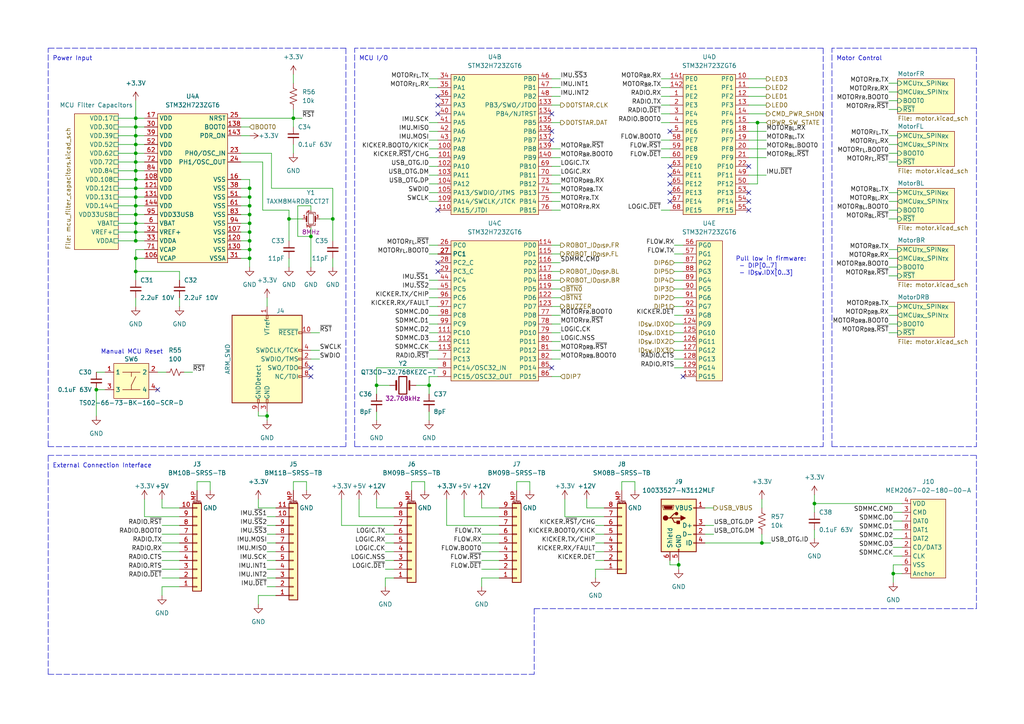
<source format=kicad_sch>
(kicad_sch (version 20230121) (generator eeschema)
  (paper "A4")
  (title_block (title "Control") (date "2023-02-21") (rev "1.0.0") (company "The A-Team (RC SSL)") (comment 1 "W. Stuckey & R. Osawa"))
  (junction (at 72.39 62.23))
  (junction (at 72.39 57.15))
  (junction (at 72.39 64.77))
  (junction (at 39.37 39.37))
  (junction (at 39.37 34.29))
  (junction (at 72.39 67.31))
  (junction (at 72.39 72.39))
  (junction (at 236.22 146.05))
  (junction (at 39.37 69.85))
  (junction (at 39.37 52.07))
  (junction (at 109.22 111.76))
  (junction (at 77.47 120.65))
  (junction (at 39.37 67.31))
  (junction (at 196.85 163.83))
  (junction (at 39.37 57.15))
  (junction (at 39.37 74.93))
  (junction (at 259.08 166.37))
  (junction (at 96.52 63.5))
  (junction (at 39.37 59.69))
  (junction (at 39.37 36.83))
  (junction (at 39.37 46.99))
  (junction (at 39.37 62.23))
  (junction (at 27.94 113.03))
  (junction (at 90.17 68.58))
  (junction (at 72.39 54.61))
  (junction (at 39.37 64.77))
  (junction (at 72.39 59.69))
  (junction (at 72.39 69.85))
  (junction (at 39.37 78.74))
  (junction (at 219.71 35.56))
  (junction (at 220.98 157.48))
  (junction (at 83.82 63.5))
  (junction (at 39.37 49.53))
  (junction (at 124.46 111.76))
  (junction (at 85.09 34.29))
  (junction (at 39.37 41.91))
  (junction (at 39.37 54.61))
  (junction (at 72.39 74.93))
  (junction (at 39.37 44.45))
  (no_connect (at 90.17 109.22))
  (no_connect (at 194.31 53.34))
  (no_connect (at 127 76.2))
  (no_connect (at 127 33.02))
  (no_connect (at 217.17 48.26))
  (no_connect (at 194.31 48.26))
  (no_connect (at 217.17 58.42))
  (no_connect (at 160.02 40.64))
  (no_connect (at 45.72 113.03))
  (no_connect (at 160.02 106.68))
  (no_connect (at 160.02 33.02))
  (no_connect (at 194.31 58.42))
  (no_connect (at 217.17 60.96))
  (no_connect (at 127 27.94))
  (no_connect (at 194.31 55.88))
  (no_connect (at 194.31 38.1))
  (no_connect (at 194.31 50.8))
  (no_connect (at 198.12 109.22))
  (no_connect (at 90.17 106.68))
  (no_connect (at 127 60.96))
  (no_connect (at 217.17 55.88))
  (no_connect (at 127 30.48))
  (no_connect (at 160.02 38.1))
  (no_connect (at 127 78.74))
  (wire (pts (xy 222.25 25.4) (xy 217.17 25.4)))
  (wire (pts (xy 195.58 101.6) (xy 198.12 101.6)))
  (wire (pts (xy 236.22 143.51) (xy 236.22 146.05)))
  (wire (pts (xy 124.46 101.6) (xy 127 101.6)))
  (wire (pts (xy 259.08 156.21) (xy 261.62 156.21)))
  (wire (pts (xy 46.99 144.78) (xy 46.99 147.32)))
  (wire (pts (xy 72.39 54.61) (xy 72.39 57.15)))
  (wire (pts (xy 39.37 44.45) (xy 39.37 46.99)))
  (wire (pts (xy 259.08 153.67) (xy 261.62 153.67)))
  (wire (pts (xy 119.38 139.7) (xy 123.19 139.7)))
  (wire (pts (xy 124.46 91.44) (xy 127 91.44)))
  (wire (pts (xy 124.46 109.22) (xy 127 109.22)))
  (wire (pts (xy 34.29 36.83) (xy 39.37 36.83)))
  (wire (pts (xy 85.09 31.75) (xy 85.09 34.29)))
  (wire (pts (xy 77.47 120.65) (xy 77.47 121.92)))
  (wire (pts (xy 222.25 43.18) (xy 217.17 43.18)))
  (wire (pts (xy 46.99 162.56) (xy 52.07 162.56)))
  (wire (pts (xy 39.37 39.37) (xy 41.91 39.37)))
  (wire (pts (xy 85.09 142.24) (xy 85.09 139.7)))
  (wire (pts (xy 77.47 170.18) (xy 80.01 170.18)))
  (wire (pts (xy 162.56 35.56) (xy 160.02 35.56)))
  (wire (pts (xy 162.56 71.12) (xy 160.02 71.12)))
  (wire (pts (xy 85.09 21.59) (xy 85.09 24.13)))
  (wire (pts (xy 72.39 52.07) (xy 72.39 54.61)))
  (wire (pts (xy 195.58 81.28) (xy 198.12 81.28)))
  (wire (pts (xy 257.81 46.99) (xy 260.35 46.99)))
  (wire (pts (xy 196.85 163.83) (xy 196.85 165.1)))
  (wire (pts (xy 260.35 74.93) (xy 257.81 74.93)))
  (polyline (pts (xy 283.21 13.97) (xy 241.3 13.97)) (stroke (width 0) (type dash)))
  (wire (pts (xy 124.46 86.36) (xy 127 86.36)))
  (wire (pts (xy 39.37 41.91) (xy 39.37 44.45)))
  (wire (pts (xy 257.81 88.9) (xy 260.35 88.9)))
  (wire (pts (xy 34.29 54.61) (xy 39.37 54.61)))
  (wire (pts (xy 259.08 161.29) (xy 261.62 161.29)))
  (wire (pts (xy 172.72 162.56) (xy 175.26 162.56)))
  (polyline (pts (xy 13.97 195.58) (xy 13.97 132.08)) (stroke (width 0) (type dash)))
  (wire (pts (xy 69.85 59.69) (xy 72.39 59.69)))
  (wire (pts (xy 90.17 59.69) (xy 86.36 59.69)))
  (wire (pts (xy 34.29 41.91) (xy 39.37 41.91)))
  (wire (pts (xy 111.76 167.64) (xy 111.76 170.18)))
  (wire (pts (xy 149.86 142.24) (xy 149.86 139.7)))
  (wire (pts (xy 83.82 69.85) (xy 83.82 63.5)))
  (wire (pts (xy 39.37 52.07) (xy 39.37 54.61)))
  (wire (pts (xy 257.81 44.45) (xy 260.35 44.45)))
  (wire (pts (xy 259.08 158.75) (xy 261.62 158.75)))
  (wire (pts (xy 109.22 106.68) (xy 127 106.68)))
  (wire (pts (xy 72.39 57.15) (xy 72.39 59.69)))
  (wire (pts (xy 46.99 152.4) (xy 52.07 152.4)))
  (wire (pts (xy 160.02 25.4) (xy 162.56 25.4)))
  (wire (pts (xy 39.37 78.74) (xy 52.07 78.74)))
  (wire (pts (xy 77.47 86.36) (xy 77.47 88.9)))
  (wire (pts (xy 41.91 74.93) (xy 39.37 74.93)))
  (wire (pts (xy 124.46 45.72) (xy 127 45.72)))
  (wire (pts (xy 69.85 64.77) (xy 72.39 64.77)))
  (wire (pts (xy 34.29 34.29) (xy 39.37 34.29)))
  (wire (pts (xy 124.46 58.42) (xy 127 58.42)))
  (wire (pts (xy 39.37 78.74) (xy 39.37 81.28)))
  (wire (pts (xy 259.08 166.37) (xy 261.62 166.37)))
  (wire (pts (xy 39.37 29.21) (xy 39.37 34.29)))
  (wire (pts (xy 180.34 139.7) (xy 184.15 139.7)))
  (wire (pts (xy 259.08 148.59) (xy 261.62 148.59)))
  (wire (pts (xy 80.01 162.56) (xy 77.47 162.56)))
  (wire (pts (xy 139.7 154.94) (xy 144.78 154.94)))
  (wire (pts (xy 80.01 172.72) (xy 74.93 172.72)))
  (wire (pts (xy 46.99 165.1) (xy 52.07 165.1)))
  (wire (pts (xy 195.58 71.12) (xy 198.12 71.12)))
  (wire (pts (xy 27.94 107.95) (xy 30.48 107.95)))
  (wire (pts (xy 90.17 104.14) (xy 92.71 104.14)))
  (wire (pts (xy 69.85 62.23) (xy 72.39 62.23)))
  (wire (pts (xy 160.02 91.44) (xy 162.56 91.44)))
  (wire (pts (xy 144.78 147.32) (xy 139.7 147.32)))
  (wire (pts (xy 39.37 62.23) (xy 41.91 62.23)))
  (wire (pts (xy 90.17 60.96) (xy 90.17 59.69)))
  (wire (pts (xy 111.76 165.1) (xy 114.3 165.1)))
  (wire (pts (xy 124.46 43.18) (xy 127 43.18)))
  (wire (pts (xy 92.71 96.52) (xy 90.17 96.52)))
  (wire (pts (xy 69.85 34.29) (xy 85.09 34.29)))
  (wire (pts (xy 222.25 40.64) (xy 217.17 40.64)))
  (wire (pts (xy 195.58 104.14) (xy 198.12 104.14)))
  (wire (pts (xy 114.3 147.32) (xy 109.22 147.32)))
  (wire (pts (xy 124.46 25.4) (xy 127 25.4)))
  (wire (pts (xy 34.29 62.23) (xy 39.37 62.23)))
  (wire (pts (xy 160.02 93.98) (xy 162.56 93.98)))
  (wire (pts (xy 57.15 142.24) (xy 57.15 139.7)))
  (wire (pts (xy 77.47 119.38) (xy 77.47 120.65)))
  (wire (pts (xy 109.22 111.76) (xy 109.22 114.3)))
  (wire (pts (xy 139.7 157.48) (xy 144.78 157.48)))
  (wire (pts (xy 175.26 149.86) (xy 163.83 149.86)))
  (wire (pts (xy 257.81 24.13) (xy 260.35 24.13)))
  (polyline (pts (xy 13.97 195.58) (xy 154.94 195.58)) (stroke (width 0) (type dash)))
  (wire (pts (xy 80.01 152.4) (xy 77.47 152.4)))
  (wire (pts (xy 27.94 113.03) (xy 27.94 120.65)))
  (wire (pts (xy 39.37 59.69) (xy 39.37 62.23)))
  (polyline (pts (xy 238.76 13.97) (xy 238.76 129.54)) (stroke (width 0) (type dash)))
  (wire (pts (xy 260.35 80.01) (xy 257.81 80.01)))
  (wire (pts (xy 139.7 165.1) (xy 144.78 165.1)))
  (wire (pts (xy 76.2 60.96) (xy 76.2 46.99)))
  (wire (pts (xy 124.46 48.26) (xy 127 48.26)))
  (wire (pts (xy 172.72 154.94) (xy 175.26 154.94)))
  (wire (pts (xy 139.7 160.02) (xy 144.78 160.02)))
  (wire (pts (xy 39.37 36.83) (xy 41.91 36.83)))
  (wire (pts (xy 74.93 120.65) (xy 77.47 120.65)))
  (wire (pts (xy 124.46 111.76) (xy 124.46 109.22)))
  (wire (pts (xy 46.99 167.64) (xy 52.07 167.64)))
  (wire (pts (xy 259.08 163.83) (xy 259.08 166.37)))
  (wire (pts (xy 124.46 53.34) (xy 127 53.34)))
  (wire (pts (xy 80.01 167.64) (xy 77.47 167.64)))
  (wire (pts (xy 162.56 50.8) (xy 160.02 50.8)))
  (wire (pts (xy 39.37 72.39) (xy 39.37 74.93)))
  (wire (pts (xy 27.94 113.03) (xy 30.48 113.03)))
  (wire (pts (xy 124.46 55.88) (xy 127 55.88)))
  (wire (pts (xy 260.35 77.47) (xy 257.81 77.47)))
  (wire (pts (xy 162.56 73.66) (xy 160.02 73.66)))
  (wire (pts (xy 69.85 36.83) (xy 72.39 36.83)))
  (wire (pts (xy 78.74 54.61) (xy 78.74 44.45)))
  (wire (pts (xy 127 40.64) (xy 124.46 40.64)))
  (wire (pts (xy 124.46 71.12) (xy 127 71.12)))
  (wire (pts (xy 39.37 57.15) (xy 39.37 59.69)))
  (wire (pts (xy 191.77 27.94) (xy 194.31 27.94)))
  (wire (pts (xy 195.58 96.52) (xy 198.12 96.52)))
  (wire (pts (xy 34.29 59.69) (xy 39.37 59.69)))
  (wire (pts (xy 39.37 41.91) (xy 41.91 41.91)))
  (wire (pts (xy 162.56 53.34) (xy 160.02 53.34)))
  (wire (pts (xy 88.9 139.7) (xy 88.9 142.24)))
  (wire (pts (xy 41.91 144.78) (xy 41.91 149.86)))
  (wire (pts (xy 160.02 22.86) (xy 162.56 22.86)))
  (wire (pts (xy 163.83 149.86) (xy 163.83 144.78)))
  (wire (pts (xy 194.31 162.56) (xy 194.31 163.83)))
  (wire (pts (xy 220.98 144.78) (xy 220.98 147.32)))
  (wire (pts (xy 90.17 101.6) (xy 92.71 101.6)))
  (wire (pts (xy 39.37 67.31) (xy 39.37 69.85)))
  (wire (pts (xy 170.18 144.78) (xy 170.18 147.32)))
  (wire (pts (xy 220.98 157.48) (xy 204.47 157.48)))
  (wire (pts (xy 52.07 170.18) (xy 46.99 170.18)))
  (wire (pts (xy 160.02 45.72) (xy 162.56 45.72)))
  (wire (pts (xy 259.08 166.37) (xy 259.08 168.91)))
  (wire (pts (xy 39.37 69.85) (xy 41.91 69.85)))
  (wire (pts (xy 184.15 139.7) (xy 184.15 142.24)))
  (wire (pts (xy 195.58 91.44) (xy 198.12 91.44)))
  (wire (pts (xy 195.58 99.06) (xy 198.12 99.06)))
  (wire (pts (xy 124.46 111.76) (xy 124.46 114.3)))
  (wire (pts (xy 52.07 81.28) (xy 52.07 78.74)))
  (wire (pts (xy 191.77 25.4) (xy 194.31 25.4)))
  (wire (pts (xy 223.52 157.48) (xy 220.98 157.48)))
  (wire (pts (xy 114.3 154.94) (xy 111.76 154.94)))
  (wire (pts (xy 74.93 119.38) (xy 74.93 120.65)))
  (wire (pts (xy 39.37 36.83) (xy 39.37 39.37)))
  (wire (pts (xy 85.09 41.91) (xy 85.09 44.45)))
  (wire (pts (xy 124.46 119.38) (xy 124.46 121.92)))
  (wire (pts (xy 127 38.1) (xy 124.46 38.1)))
  (wire (pts (xy 109.22 119.38) (xy 109.22 121.92)))
  (wire (pts (xy 175.26 165.1) (xy 172.72 165.1)))
  (wire (pts (xy 34.29 57.15) (xy 39.37 57.15)))
  (wire (pts (xy 191.77 30.48) (xy 194.31 30.48)))
  (wire (pts (xy 124.46 22.86) (xy 127 22.86)))
  (wire (pts (xy 72.39 59.69) (xy 72.39 62.23)))
  (wire (pts (xy 76.2 60.96) (xy 83.82 60.96)))
  (polyline (pts (xy 13.97 129.54) (xy 100.33 129.54)) (stroke (width 0) (type dash)))
  (wire (pts (xy 74.93 172.72) (xy 74.93 175.26)))
  (wire (pts (xy 34.29 67.31) (xy 39.37 67.31)))
  (wire (pts (xy 92.71 63.5) (xy 96.52 63.5)))
  (wire (pts (xy 87.63 34.29) (xy 85.09 34.29)))
  (wire (pts (xy 191.77 45.72) (xy 194.31 45.72)))
  (wire (pts (xy 219.71 35.56) (xy 219.71 53.34)))
  (wire (pts (xy 222.25 45.72) (xy 217.17 45.72)))
  (wire (pts (xy 162.56 96.52) (xy 160.02 96.52)))
  (wire (pts (xy 41.91 149.86) (xy 52.07 149.86)))
  (wire (pts (xy 162.56 78.74) (xy 160.02 78.74)))
  (wire (pts (xy 34.29 52.07) (xy 39.37 52.07)))
  (polyline (pts (xy 13.97 132.08) (xy 283.21 132.08)) (stroke (width 0) (type dash)))
  (wire (pts (xy 39.37 57.15) (xy 41.91 57.15)))
  (wire (pts (xy 195.58 73.66) (xy 198.12 73.66)))
  (polyline (pts (xy 154.94 176.53) (xy 154.94 195.58)) (stroke (width 0) (type dash)))
  (wire (pts (xy 257.81 41.91) (xy 260.35 41.91)))
  (wire (pts (xy 194.31 163.83) (xy 196.85 163.83)))
  (wire (pts (xy 220.98 154.94) (xy 220.98 157.48)))
  (wire (pts (xy 78.74 44.45) (xy 69.85 44.45)))
  (wire (pts (xy 46.99 157.48) (xy 52.07 157.48)))
  (wire (pts (xy 124.46 93.98) (xy 127 93.98)))
  (polyline (pts (xy 100.33 13.97) (xy 13.97 13.97)) (stroke (width 0) (type dash)))
  (wire (pts (xy 162.56 76.2) (xy 160.02 76.2)))
  (wire (pts (xy 39.37 54.61) (xy 39.37 57.15)))
  (wire (pts (xy 80.01 157.48) (xy 77.47 157.48)))
  (wire (pts (xy 86.36 59.69) (xy 86.36 68.58)))
  (wire (pts (xy 114.3 162.56) (xy 111.76 162.56)))
  (wire (pts (xy 72.39 74.93) (xy 72.39 77.47)))
  (wire (pts (xy 80.01 154.94) (xy 77.47 154.94)))
  (wire (pts (xy 160.02 83.82) (xy 162.56 83.82)))
  (wire (pts (xy 236.22 146.05) (xy 236.22 148.59)))
  (wire (pts (xy 162.56 48.26) (xy 160.02 48.26)))
  (wire (pts (xy 69.85 74.93) (xy 72.39 74.93)))
  (wire (pts (xy 57.15 139.7) (xy 60.96 139.7)))
  (wire (pts (xy 134.62 144.78) (xy 134.62 149.86)))
  (wire (pts (xy 69.85 54.61) (xy 72.39 54.61)))
  (wire (pts (xy 191.77 60.96) (xy 194.31 60.96)))
  (wire (pts (xy 172.72 165.1) (xy 172.72 167.64)))
  (wire (pts (xy 195.58 88.9) (xy 198.12 88.9)))
  (wire (pts (xy 86.36 68.58) (xy 90.17 68.58)))
  (wire (pts (xy 90.17 68.58) (xy 90.17 77.47)))
  (wire (pts (xy 99.06 152.4) (xy 114.3 152.4)))
  (wire (pts (xy 39.37 62.23) (xy 39.37 64.77)))
  (wire (pts (xy 219.71 35.56) (xy 217.17 35.56)))
  (wire (pts (xy 72.39 67.31) (xy 72.39 69.85)))
  (wire (pts (xy 83.82 74.93) (xy 83.82 77.47)))
  (wire (pts (xy 46.99 170.18) (xy 46.99 172.72)))
  (wire (pts (xy 191.77 33.02) (xy 194.31 33.02)))
  (wire (pts (xy 96.52 63.5) (xy 96.52 69.85)))
  (wire (pts (xy 52.07 86.36) (xy 52.07 88.9)))
  (wire (pts (xy 124.46 50.8) (xy 127 50.8)))
  (wire (pts (xy 160.02 43.18) (xy 162.56 43.18)))
  (polyline (pts (xy 238.76 13.97) (xy 102.87 13.97)) (stroke (width 0) (type dash)))
  (wire (pts (xy 83.82 63.5) (xy 87.63 63.5)))
  (wire (pts (xy 257.81 55.88) (xy 260.35 55.88)))
  (wire (pts (xy 39.37 49.53) (xy 39.37 52.07)))
  (wire (pts (xy 39.37 49.53) (xy 41.91 49.53)))
  (wire (pts (xy 162.56 104.14) (xy 160.02 104.14)))
  (wire (pts (xy 129.54 152.4) (xy 129.54 144.78)))
  (wire (pts (xy 76.2 46.99) (xy 69.85 46.99)))
  (wire (pts (xy 217.17 33.02) (xy 222.25 33.02)))
  (wire (pts (xy 191.77 40.64) (xy 194.31 40.64)))
  (wire (pts (xy 69.85 39.37) (xy 72.39 39.37)))
  (wire (pts (xy 39.37 74.93) (xy 39.37 78.74)))
  (wire (pts (xy 46.99 160.02) (xy 52.07 160.02)))
  (wire (pts (xy 257.81 39.37) (xy 260.35 39.37)))
  (wire (pts (xy 127 35.56) (xy 124.46 35.56)))
  (wire (pts (xy 162.56 55.88) (xy 160.02 55.88)))
  (wire (pts (xy 195.58 106.68) (xy 198.12 106.68)))
  (wire (pts (xy 195.58 78.74) (xy 198.12 78.74)))
  (wire (pts (xy 172.72 160.02) (xy 175.26 160.02)))
  (wire (pts (xy 60.96 139.7) (xy 60.96 142.24)))
  (wire (pts (xy 260.35 31.75) (xy 257.81 31.75)))
  (wire (pts (xy 180.34 142.24) (xy 180.34 139.7)))
  (wire (pts (xy 41.91 72.39) (xy 39.37 72.39)))
  (wire (pts (xy 172.72 157.48) (xy 175.26 157.48)))
  (wire (pts (xy 53.34 107.95) (xy 55.88 107.95)))
  (wire (pts (xy 257.81 72.39) (xy 260.35 72.39)))
  (wire (pts (xy 195.58 86.36) (xy 198.12 86.36)))
  (wire (pts (xy 162.56 30.48) (xy 160.02 30.48)))
  (wire (pts (xy 39.37 64.77) (xy 41.91 64.77)))
  (wire (pts (xy 172.72 152.4) (xy 175.26 152.4)))
  (wire (pts (xy 222.25 38.1) (xy 217.17 38.1)))
  (wire (pts (xy 39.37 64.77) (xy 39.37 67.31)))
  (wire (pts (xy 160.02 86.36) (xy 162.56 86.36)))
  (wire (pts (xy 74.93 147.32) (xy 74.93 144.78)))
  (wire (pts (xy 96.52 74.93) (xy 96.52 77.47)))
  (wire (pts (xy 160.02 60.96) (xy 162.56 60.96)))
  (wire (pts (xy 195.58 93.98) (xy 198.12 93.98)))
  (wire (pts (xy 69.85 72.39) (xy 72.39 72.39)))
  (wire (pts (xy 34.29 46.99) (xy 39.37 46.99)))
  (wire (pts (xy 144.78 152.4) (xy 129.54 152.4)))
  (wire (pts (xy 207.01 152.4) (xy 204.47 152.4)))
  (wire (pts (xy 260.35 26.67) (xy 257.81 26.67)))
  (wire (pts (xy 34.29 49.53) (xy 39.37 49.53)))
  (wire (pts (xy 124.46 88.9) (xy 127 88.9)))
  (wire (pts (xy 114.3 167.64) (xy 111.76 167.64)))
  (wire (pts (xy 83.82 63.5) (xy 83.82 60.96)))
  (wire (pts (xy 222.25 30.48) (xy 217.17 30.48)))
  (wire (pts (xy 127 83.82) (xy 124.46 83.82)))
  (wire (pts (xy 90.17 68.58) (xy 90.17 66.04)))
  (wire (pts (xy 45.72 107.95) (xy 48.26 107.95)))
  (wire (pts (xy 109.22 144.78) (xy 109.22 147.32)))
  (wire (pts (xy 162.56 88.9) (xy 160.02 88.9)))
  (wire (pts (xy 207.01 147.32) (xy 204.47 147.32)))
  (wire (pts (xy 72.39 64.77) (xy 72.39 67.31)))
  (wire (pts (xy 139.7 144.78) (xy 139.7 147.32)))
  (wire (pts (xy 34.29 64.77) (xy 39.37 64.77)))
  (wire (pts (xy 34.29 39.37) (xy 39.37 39.37)))
  (wire (pts (xy 46.99 147.32) (xy 52.07 147.32)))
  (wire (pts (xy 257.81 63.5) (xy 260.35 63.5)))
  (wire (pts (xy 162.56 81.28) (xy 160.02 81.28)))
  (wire (pts (xy 124.46 96.52) (xy 127 96.52)))
  (wire (pts (xy 34.29 69.85) (xy 39.37 69.85)))
  (wire (pts (xy 80.01 147.32) (xy 74.93 147.32)))
  (wire (pts (xy 39.37 44.45) (xy 41.91 44.45)))
  (wire (pts (xy 257.81 93.98) (xy 260.35 93.98)))
  (polyline (pts (xy 102.87 129.54) (xy 102.87 13.97)) (stroke (width 0) (type dash)))
  (polyline (pts (xy 283.21 176.53) (xy 283.21 132.08)) (stroke (width 0) (type dash)))
  (wire (pts (xy 39.37 59.69) (xy 41.91 59.69)))
  (wire (pts (xy 39.37 67.31) (xy 41.91 67.31)))
  (wire (pts (xy 139.7 167.64) (xy 139.7 170.18)))
  (wire (pts (xy 194.31 22.86) (xy 191.77 22.86)))
  (wire (pts (xy 217.17 50.8) (xy 222.25 50.8)))
  (wire (pts (xy 120.65 111.76) (xy 124.46 111.76)))
  (wire (pts (xy 39.37 54.61) (xy 41.91 54.61)))
  (wire (pts (xy 134.62 149.86) (xy 144.78 149.86)))
  (wire (pts (xy 124.46 73.66) (xy 127 73.66)))
  (wire (pts (xy 114.3 160.02) (xy 111.76 160.02)))
  (wire (pts (xy 195.58 83.82) (xy 198.12 83.82)))
  (wire (pts (xy 69.85 52.07) (xy 72.39 52.07)))
  (wire (pts (xy 69.85 67.31) (xy 72.39 67.31)))
  (wire (pts (xy 39.37 34.29) (xy 39.37 36.83)))
  (wire (pts (xy 85.09 34.29) (xy 85.09 36.83)))
  (polyline (pts (xy 154.94 176.53) (xy 283.21 176.53)) (stroke (width 0) (type dash)))
  (wire (pts (xy 207.01 154.94) (xy 204.47 154.94)))
  (wire (pts (xy 217.17 53.34) (xy 219.71 53.34)))
  (wire (pts (xy 144.78 167.64) (xy 139.7 167.64)))
  (wire (pts (xy 127 81.28) (xy 124.46 81.28)))
  (wire (pts (xy 153.67 139.7) (xy 153.67 142.24)))
  (wire (pts (xy 34.29 44.45) (xy 39.37 44.45)))
  (wire (pts (xy 261.62 163.83) (xy 259.08 163.83)))
  (polyline (pts (xy 13.97 129.54) (xy 13.97 13.97)) (stroke (width 0) (type dash)))
  (wire (pts (xy 195.58 76.2) (xy 198.12 76.2)))
  (polyline (pts (xy 102.87 129.54) (xy 238.76 129.54)) (stroke (width 0) (type dash)))
  (polyline (pts (xy 241.3 129.54) (xy 283.21 129.54)) (stroke (width 0) (type dash)))
  (wire (pts (xy 39.37 34.29) (xy 41.91 34.29)))
  (wire (pts (xy 69.85 57.15) (xy 72.39 57.15)))
  (wire (pts (xy 46.99 154.94) (xy 52.07 154.94)))
  (wire (pts (xy 72.39 69.85) (xy 72.39 72.39)))
  (wire (pts (xy 39.37 86.36) (xy 39.37 88.9)))
  (wire (pts (xy 259.08 151.13) (xy 261.62 151.13)))
  (wire (pts (xy 162.56 27.94) (xy 160.02 27.94)))
  (wire (pts (xy 222.25 27.94) (xy 217.17 27.94)))
  (wire (pts (xy 104.14 149.86) (xy 104.14 144.78)))
  (wire (pts (xy 162.56 58.42) (xy 160.02 58.42)))
  (wire (pts (xy 96.52 54.61) (xy 96.52 63.5)))
  (wire (pts (xy 222.25 22.86) (xy 217.17 22.86)))
  (wire (pts (xy 72.39 62.23) (xy 72.39 64.77)))
  (wire (pts (xy 109.22 111.76) (xy 109.22 106.68)))
  (wire (pts (xy 39.37 39.37) (xy 39.37 41.91)))
  (wire (pts (xy 149.86 139.7) (xy 153.67 139.7)))
  (wire (pts (xy 80.01 160.02) (xy 77.47 160.02)))
  (wire (pts (xy 39.37 46.99) (xy 41.91 46.99)))
  (wire (pts (xy 78.74 54.61) (xy 96.52 54.61)))
  (wire (pts (xy 257.81 96.52) (xy 260.35 96.52)))
  (wire (pts (xy 114.3 157.48) (xy 111.76 157.48)))
  (wire (pts (xy 39.37 46.99) (xy 39.37 49.53)))
  (wire (pts (xy 162.56 99.06) (xy 160.02 99.06)))
  (wire (pts (xy 99.06 144.78) (xy 99.06 152.4)))
  (wire (pts (xy 139.7 162.56) (xy 144.78 162.56)))
  (wire (pts (xy 72.39 72.39) (xy 72.39 74.93)))
  (polyline (pts (xy 100.33 13.97) (xy 100.33 129.54)) (stroke (width 0) (type dash)))
  (wire (pts (xy 85.09 139.7) (xy 88.9 139.7)))
  (wire (pts (xy 257.81 58.42) (xy 260.35 58.42)))
  (wire (pts (xy 175.26 147.32) (xy 170.18 147.32)))
  (wire (pts (xy 196.85 163.83) (xy 196.85 162.56)))
  (polyline (pts (xy 241.3 129.54) (xy 241.3 13.97)) (stroke (width 0) (type dash)))
  (wire (pts (xy 124.46 104.14) (xy 127 104.14)))
  (wire (pts (xy 257.81 60.96) (xy 260.35 60.96)))
  (wire (pts (xy 236.22 146.05) (xy 261.62 146.05)))
  (wire (pts (xy 222.25 35.56) (xy 219.71 35.56)))
  (wire (pts (xy 80.01 165.1) (xy 77.47 165.1)))
  (wire (pts (xy 123.19 139.7) (xy 123.19 142.24)))
  (wire (pts (xy 39.37 52.07) (xy 41.91 52.07)))
  (wire (pts (xy 114.3 149.86) (xy 104.14 149.86)))
  (wire (pts (xy 69.85 69.85) (xy 72.39 69.85)))
  (wire (pts (xy 191.77 43.18) (xy 194.31 43.18)))
  (wire (pts (xy 119.38 142.24) (xy 119.38 139.7)))
  (wire (pts (xy 162.56 109.22) (xy 160.02 109.22)))
  (wire (pts (xy 236.22 153.67) (xy 236.22 156.21)))
  (wire (pts (xy 113.03 111.76) (xy 109.22 111.76)))
  (wire (pts (xy 257.81 91.44) (xy 260.35 91.44)))
  (wire (pts (xy 260.35 29.21) (xy 257.81 29.21)))
  (wire (pts (xy 191.77 35.56) (xy 194.31 35.56)))
  (polyline (pts (xy 283.21 13.97) (xy 283.21 129.54)) (stroke (width 0) (type dash)))
  (wire (pts (xy 124.46 99.06) (xy 127 99.06)))
  (wire (pts (xy 80.01 149.86) (xy 77.47 149.86)))
  (wire (pts (xy 162.56 101.6) (xy 160.02 101.6)))
  (text "External Connection Interface" (at 15.24 135.89 0) (effects (font (size 1.27 1.27)) (justify left bottom)))
  (text "Pull low in firmware:\n - DIP[0..7]\n - ID_{SW}.IDX[0..3]" (at 213.36 80.01 0) (effects (font (size 1.27 1.27)) (justify left bottom)))
  (text "Motor Control" (at 242.57 17.78 0) (effects (font (size 1.27 1.27)) (justify left bottom)))
  (text "Power Input" (at 15.24 17.78 0) (effects (font (size 1.27 1.27)) (justify left bottom)))
  (text "MCU I/O" (at 104.14 17.78 0) (effects (font (size 1.27 1.27)) (justify left bottom)))
  (text "Manual MCU Reset" (at 29.21 102.87 0) (effects (font (size 1.27 1.27)) (justify left bottom)))
  (label "MOTOR_{FL}.~{RST}" (at 124.46 71.12 180))
  (label "MOTOR_{BR}.~{RST}" (at 257.81 80.01 180))
  (label "USB_OTG.DM" (at 124.46 50.8 180))
  (label "RADIO.TX" (at 191.77 30.48 180))
  (label "RADIO.TX" (at 46.99 157.48 180))
  (label "MOTOR_{FL}.TX" (at 124.46 22.86 180))
  (label "MOTOR_{FL}.~{RST}" (at 257.81 46.99 180))
  (label "SDMMC.D0" (at 124.46 91.44 180))
  (label "MOTOR_{FL}.BOOT0" (at 257.81 44.45 180))
  (label "SDMMC.D1" (at 259.08 153.67 180))
  (label "MOTOR_{BL}.TX" (at 222.25 40.64 0))
  (label "FLOW.~{DET}" (at 139.7 165.1 180))
  (label "MOTOR_{DRB}.TX" (at 257.81 88.9 180))
  (label "MOTOR_{DRB}.~{RST}" (at 162.56 101.6 0))
  (label "IMU.MISO" (at 124.46 38.1 180))
  (label "MOTOR_{DRB}.RX" (at 257.81 91.44 180))
  (label "LOGIC.~{DET}" (at 111.76 165.1 180))
  (label "RADIO.RTS" (at 46.99 165.1 180))
  (label "MOTOR_{FR}.~{RST}" (at 162.56 93.98 0))
  (label "MOTOR_{FR}.BOOT0" (at 162.56 91.44 0))
  (label "MOTOR_{FL}.BOOT0" (at 124.46 73.66 180))
  (label "RADIO.CTS" (at 195.58 104.14 180))
  (label "MOTOR_{FR}.TX" (at 162.56 58.42 0))
  (label "SDMMC.CK" (at 124.46 101.6 180))
  (label "IMU.~{SS}3" (at 77.47 154.94 180))
  (label "SWCLK" (at 92.71 101.6 0))
  (label "MOTOR_{BL}.~{RST}" (at 222.25 45.72 0))
  (label "FLOW.TX" (at 195.58 73.66 180))
  (label "MOTOR_{DRB}.TX" (at 162.56 55.88 0))
  (label "MOTOR_{BR}.~{RST}" (at 162.56 43.18 0))
  (label "IMU.INT2" (at 162.56 27.94 0))
  (label "KICKER.TX{slash}CHIP" (at 124.46 86.36 180))
  (label "SWDIO" (at 92.71 104.14 0))
  (label "FLOW.RX" (at 139.7 157.48 180))
  (label "USB_OTG.DP" (at 207.01 152.4 0))
  (label "MOTOR_{BL}.~{RST}" (at 257.81 63.5 180))
  (label "MOTOR_{FR}.~{RST}" (at 257.81 31.75 180))
  (label "FLOW.BOOT0" (at 191.77 40.64 180))
  (label "SDMMC.D1" (at 124.46 93.98 180))
  (label "KICKER.DET" (at 195.58 91.44 180))
  (label "MOTOR_{DRB}.BOOT0" (at 257.81 93.98 180))
  (label "MOTOR_{BR}.TX" (at 257.81 72.39 180))
  (label "KICKER.RX{slash}FAULT" (at 172.72 160.02 180))
  (label "MOTOR_{FL}.RX" (at 257.81 41.91 180))
  (label "MOTOR_{BL}.RX" (at 222.25 38.1 0))
  (label "RADIO.~{DET}" (at 46.99 167.64 180))
  (label "MOTOR_{DRB}.~{RST}" (at 257.81 96.52 180))
  (label "SDMMC.CK" (at 259.08 161.29 180))
  (label "LOGIC.RX" (at 111.76 157.48 180))
  (label "~{RST}" (at 55.88 107.95 0))
  (label "USB_OTG.ID" (at 223.52 157.48 0))
  (label "IMU.MISO" (at 77.47 160.02 180))
  (label "MOTOR_{FR}.RX" (at 162.56 60.96 0))
  (label "FLOW.~{DET}" (at 191.77 45.72 180))
  (label "IMU.MOSI" (at 124.46 40.64 180))
  (label "SDMMC.D0" (at 259.08 151.13 180))
  (label "IMU.INT1" (at 162.56 25.4 0))
  (label "LOGIC.TX" (at 111.76 154.94 180))
  (label "LOGIC.~{DET}" (at 191.77 60.96 180))
  (label "RADIO.BOOT0" (at 191.77 35.56 180))
  (label "IMU.~{DET}" (at 222.25 50.8 0))
  (label "LOGIC.NSS" (at 162.56 99.06 0))
  (label "FLOW.TX" (at 139.7 154.94 180))
  (label "MOTOR_{DRB}.BOOT0" (at 162.56 104.14 0))
  (label "KICKER.BOOT0{slash}KICK" (at 124.46 43.18 180))
  (label "SDMMC.D3" (at 259.08 158.75 180))
  (label "FLOW.BOOT0" (at 139.7 160.02 180))
  (label "MOTOR_{FR}.RX" (at 257.81 26.67 180))
  (label "IMU.INT2" (at 77.47 167.64 180))
  (label "FLOW.RX" (at 195.58 71.12 180))
  (label "MOTOR_{BR}.RX" (at 191.77 22.86 180))
  (label "SDMMC.D2" (at 259.08 156.21 180))
  (label "SDMMC.D2" (at 124.46 96.52 180))
  (label "MOTOR_{BL}.TX" (at 257.81 55.88 180))
  (label "MOTOR_{BR}.RX" (at 257.81 74.93 180))
  (label "IMU.~{DET}" (at 77.47 170.18 180))
  (label "LOGIC.CK" (at 162.56 96.52 0))
  (label "MOTOR_{BR}.BOOT0" (at 162.56 45.72 0))
  (label "~{RST}" (at 87.63 34.29 0))
  (label "USB_OTG.ID" (at 124.46 48.26 180))
  (label "KICKER.RX{slash}FAULT" (at 124.46 88.9 180))
  (label "RADIO.~{RST}" (at 124.46 104.14 180))
  (label "SDMMC.D3" (at 124.46 99.06 180))
  (label "LOGIC.TX" (at 162.56 48.26 0))
  (label "KICKER.BOOT0{slash}KICK" (at 172.72 154.94 180))
  (label "MOTOR_{DRB}.RX" (at 162.56 53.34 0))
  (label "IMU.~{SS}3" (at 162.56 22.86 0))
  (label "RADIO.BOOT0" (at 46.99 154.94 180))
  (label "RADIO.~{DET}" (at 191.77 33.02 180))
  (label "IMU.~{SS}1" (at 124.46 81.28 180))
  (label "SDMMC.CMD" (at 259.08 148.59 180))
  (label "SWDIO" (at 124.46 55.88 180))
  (label "~{RST}" (at 92.71 96.52 0))
  (label "IMU.INT1" (at 77.47 165.1 180))
  (label "IMU.MOSI" (at 77.47 157.48 180))
  (label "USB_OTG.DM" (at 207.01 154.94 0))
  (label "MOTOR_{FR}.BOOT0" (at 257.81 29.21 180))
  (label "IMU.SCK" (at 124.46 35.56 180))
  (label "MOTOR_{FR}.TX" (at 257.81 24.13 180))
  (label "LOGIC.NSS" (at 111.76 162.56 180))
  (label "SWCLK" (at 124.46 58.42 180))
  (label "IMU.SCK" (at 77.47 162.56 180))
  (label "KICKER.~{RST}{slash}CHG" (at 172.72 152.4 180))
  (label "RADIO.CTS" (at 46.99 162.56 180))
  (label "KICKER.~{RST}{slash}CHG" (at 124.46 45.72 180))
  (label "KICKER.TX{slash}CHIP" (at 172.72 157.48 180))
  (label "MOTOR_{FL}.TX" (at 257.81 39.37 180))
  (label "KICKER.DET" (at 172.72 162.56 180))
  (label "RADIO.RX" (at 191.77 27.94 180))
  (label "IMU.~{SS}2" (at 77.47 152.4 180))
  (label "FLOW.~{RST}" (at 191.77 43.18 180))
  (label "MOTOR_{BL}.RX" (at 257.81 58.42 180))
  (label "RADIO.RTS" (at 195.58 106.68 180))
  (label "MOTOR_{BL}.BOOT0" (at 222.25 43.18 0))
  (label "LOGIC.RX" (at 162.56 50.8 0))
  (label "SDMMC.CMD" (at 162.56 76.2 0))
  (label "RADIO.~{RST}" (at 46.99 152.4 180))
  (label "RADIO.RX" (at 46.99 160.02 180))
  (label "MOTOR_{FL}.RX" (at 124.46 25.4 180))
  (label "IMU.~{SS}1" (at 77.47 149.86 180))
  (label "USB_OTG.DP" (at 124.46 53.34 180))
  (label "MOTOR_{BL}.BOOT0" (at 257.81 60.96 180))
  (label "IMU.~{SS}2" (at 124.46 83.82 180))
  (label "FLOW.~{RST}" (at 139.7 162.56 180))
  (label "MOTOR_{BR}.TX" (at 191.77 25.4 180))
  (label "LOGIC.CK" (at 111.76 160.02 180))
  (label "MOTOR_{BR}.BOOT0" (at 257.81 77.47 180))
  (hierarchical_label "DIP2" (shape input) (at 195.58 86.36 180))
  (hierarchical_label "~{BTN1}" (shape input) (at 162.56 86.36 0))
  (hierarchical_label "DIP6" (shape input) (at 195.58 76.2 180))
  (hierarchical_label "DIP1" (shape input) (at 195.58 88.9 180))
  (hierarchical_label "ID_{SW}.IDX2" (shape input) (at 195.58 99.06 180))
  (hierarchical_label "ROBOT_ID_{DISP}.FL" (shape output) (at 162.56 73.66 0))
  (hierarchical_label "ID_{SW}.IDX0" (shape input) (at 195.58 93.98 180))
  (hierarchical_label "LED2" (shape output) (at 222.25 25.4 0))
  (hierarchical_label "DOTSTAR.CLK" (shape output) (at 162.56 30.48 0))
  (hierarchical_label "LED0" (shape output) (at 222.25 30.48 0))
  (hierarchical_label "ROBOT_ID_{DISP}.BL" (shape output) (at 162.56 78.74 0))
  (hierarchical_label "USB_VBUS" (shape output) (at 207.01 147.32 0))
  (hierarchical_label "DIP3" (shape input) (at 195.58 83.82 180))
  (hierarchical_label "ID_{SW}.IDX3" (shape input) (at 195.58 101.6 180))
  (hierarchical_label "LED3" (shape output) (at 222.25 22.86 0))
  (hierarchical_label "ROBOT_ID_{DISP}.BR" (shape output) (at 162.56 81.28 0))
  (hierarchical_label "LED1" (shape output) (at 222.25 27.94 0))
  (hierarchical_label "BOOT0" (shape input) (at 72.39 36.83 0))
  (hierarchical_label "DOTSTAR.DAT" (shape output) (at 162.56 35.56 0))
  (hierarchical_label "DIP7" (shape input) (at 162.56 109.22 0))
  (hierarchical_label "ROBOT_ID_{DISP}.FR" (shape output) (at 162.56 71.12 0))
  (hierarchical_label "DIP4" (shape input) (at 195.58 81.28 180))
  (hierarchical_label "CMD_PWR_SHDN" (shape output) (at 222.25 33.02 0))
  (hierarchical_label "~{BTN0}" (shape input) (at 162.56 83.82 0))
  (hierarchical_label "PWR_SW_STATE" (shape input) (at 222.25 35.56 0))
  (hierarchical_label "DIP5" (shape input) (at 195.58 78.74 180))
  (hierarchical_label "BUZZER" (shape output) (at 162.56 88.9 0))
  (hierarchical_label "ID_{SW}.IDX1" (shape input) (at 195.58 96.52 180))
  (symbol (lib_id "Connector:Conn_ARM_JTAG_SWD_10") (at 77.47 104.14 0) (unit 1)
    (property "Reference" "J4" (at 82.55 90.17 0) (effects (justify right)))
    (property "Value" "ARM_SWD" (at 66.04 104.14 90))
    (property "Footprint" "AT-Connectors:3221-10-0300-00" (effects hide))
    (property "Datasheet" "http://infocenter.arm.com/help/topic/com.arm.doc.ddi0314h/DDI0314H_coresight_components_trm.pdf" (effects hide))
  )
  (symbol (lib_id "Device:C_Small") (at 96.52 72.39 0) (mirror y) (unit 1)
    (property "Reference" "C35" (at 95.25 69.85 0) (effects (justify left)))
    (property "Value" "11pF" (at 95.25 74.93 0) (effects (justify left)))
    (property "Footprint" "Capacitor_SMD:C_0402_1005Metric" (effects hide))
  )
  (symbol (lib_id "power:+3.3V") (at 77.47 86.36 0) (unit 1)
    (property "Reference" "#PWR076" (effects hide))
    (property "Value" "+3.3V" (at 77.47 81.28 0))
  )
  (symbol (lib_id "power:+12V") (at 109.22 144.78 0) (unit 1)
    (property "Reference" "#PWR086" (effects hide))
    (property "Value" "+12V" (at 109.22 140.97 0))
  )
  (symbol (lib_id "power:GND") (at 139.7 170.18 0) (unit 1)
    (property "Reference" "#PWR093" (effects hide))
    (property "Value" "GND" (at 139.7 175.26 0))
  )
  (symbol (lib_id "power:GND") (at 96.52 77.47 0) (unit 1)
    (property "Reference" "#PWR082" (effects hide))
    (property "Value" "GND" (at 96.52 82.55 0))
  )
  (symbol (lib_id "power:+3.3V") (at 220.98 144.78 0) (unit 1)
    (property "Reference" "#PWR0100" (effects hide))
    (property "Value" "+3.3V" (at 220.98 139.7 0))
  )
  (symbol (lib_id "power:GND") (at 39.37 88.9 0) (unit 1)
    (property "Reference" "#PWR066" (effects hide))
    (property "Value" "GND" (at 39.37 93.98 0))
  )
  (symbol (lib_id "AT-IC:STM32H723ZGT6") (at 205.74 90.17 0) (unit 5)
    (property "Reference" "U4" (at 205.74 64.77 0))
    (property "Value" "STM32H723ZGT6" (at 205.74 67.31 0))
    (property "Footprint" "Package_QFP:LQFP-144_20x20mm_P0.5mm" (effects hide))
    (property "Datasheet" "https://www.st.com/resource/en/datasheet/stm32h723ve.pdf" (effects hide))
  )
  (symbol (lib_id "power:GND") (at 111.76 170.18 0) (unit 1)
    (property "Reference" "#PWR087" (effects hide))
    (property "Value" "GND" (at 111.76 175.26 0))
  )
  (symbol (lib_id "AT-IC:STM32H723ZGT6") (at 55.88 54.61 0) (unit 1)
    (property "Reference" "U4" (at 55.88 27.94 0))
    (property "Value" "STM32H723ZGT6" (at 55.88 30.48 0))
    (property "Footprint" "Package_QFP:LQFP-144_20x20mm_P0.5mm" (effects hide))
    (property "Datasheet" "https://www.st.com/resource/en/datasheet/stm32h723ve.pdf" (effects hide))
  )
  (symbol (lib_id "power:+3.3V") (at 129.54 144.78 0) (unit 1)
    (property "Reference" "#PWR090" (effects hide))
    (property "Value" "+3.3V" (at 129.54 140.97 0))
  )
  (symbol (lib_id "Connector_Generic_MountingPin:Conn_01x11_MountingPin") (at 85.09 160.02 0) (mirror x) (unit 1)
    (property "Reference" "J5" (at 85.09 134.62 0))
    (property "Value" "BM11B-SRSS-TB" (at 85.09 137.16 0))
    (property "Footprint" "Connector_JST:JST_SH_BM11B-SRSS-TB_1x11-1MP_P1.00mm_Vertical" (effects hide))
  )
  (symbol (lib_id "power:GND") (at 60.96 142.24 0) (unit 1)
    (property "Reference" "#PWR071" (effects hide))
    (property "Value" "GND" (at 60.96 147.32 0))
  )
  (symbol (lib_id "power:GND") (at 72.39 77.47 0) (unit 1)
    (property "Reference" "#PWR073" (effects hide))
    (property "Value" "GND" (at 72.39 82.55 0))
  )
  (symbol (lib_id "Device:R_US") (at 220.98 151.13 180) (unit 1)
    (property "Reference" "R57" (at 223.52 149.8599 0) (effects (justify right)))
    (property "Value" "10k" (at 223.52 152.3999 0) (effects (justify right)))
    (property "Footprint" "Resistor_SMD:R_0402_1005Metric" (effects hide))
  )
  (symbol (lib_id "power:GND") (at 153.67 142.24 0) (unit 1)
    (property "Reference" "#PWR094" (effects hide))
    (property "Value" "GND" (at 153.67 147.32 0))
  )
  (symbol (lib_id "Device:Crystal") (at 116.84 111.76 0) (unit 1)
    (property "Reference" "Y2" (at 116.84 105.41 0))
    (property "Value" "QT3CD-32.768KEZC-T" (at 115.57 107.95 0))
    (property "Footprint" "Crystal:Crystal_SMD_3215-2Pin_3.2x1.5mm" (effects hide))
    (property "Value2" "32.768kHz" (at 116.84 115.57 0))
  )
  (symbol (lib_id "power:+3.3V") (at 163.83 144.78 0) (unit 1)
    (property "Reference" "#PWR095" (effects hide))
    (property "Value" "+3.3V" (at 163.83 140.97 0))
  )
  (symbol (lib_id "power:GND") (at 109.22 121.92 0) (unit 1)
    (property "Reference" "#PWR085" (effects hide))
    (property "Value" "GND" (at 109.22 127 0))
  )
  (symbol (lib_id "power:+3.3V") (at 72.39 39.37 270) (unit 1)
    (property "Reference" "#PWR072" (effects hide))
    (property "Value" "+3.3V" (at 74.93 39.37 90) (effects (justify left)))
  )
  (symbol (lib_id "power:GND") (at 123.19 142.24 0) (unit 1)
    (property "Reference" "#PWR088" (effects hide))
    (property "Value" "GND" (at 123.19 147.32 0))
  )
  (symbol (lib_id "power:GND") (at 172.72 167.64 0) (unit 1)
    (property "Reference" "#PWR097" (effects hide))
    (property "Value" "GND" (at 172.72 172.72 0))
  )
  (symbol (lib_id "Device:R_Small_US") (at 50.8 107.95 90) (unit 1)
    (property "Reference" "R55" (at 50.8 101.6 90))
    (property "Value" "100" (at 50.8 104.14 90))
    (property "Footprint" "Resistor_SMD:R_0402_1005Metric" (effects hide))
  )
  (symbol (lib_id "Device:C_Small") (at 52.07 83.82 0) (unit 1)
    (property "Reference" "C32" (at 53.34 81.28 0) (effects (justify left)))
    (property "Value" "2.2uF 10V" (at 53.34 86.36 0) (effects (justify left)))
    (property "Footprint" "Capacitor_SMD:C_0603_1608Metric" (effects hide))
  )
  (symbol (lib_id "power:GND") (at 88.9 142.24 0) (unit 1)
    (property "Reference" "#PWR081" (effects hide))
    (property "Value" "GND" (at 88.9 147.32 0))
  )
  (symbol (lib_id "power:GND") (at 74.93 175.26 0) (unit 1)
    (property "Reference" "#PWR075" (effects hide))
    (property "Value" "GND" (at 74.93 180.34 0))
  )
  (symbol (lib_id "power:+5V") (at 104.14 144.78 0) (unit 1)
    (property "Reference" "#PWR084" (effects hide))
    (property "Value" "+5V" (at 104.1399 140.97 0))
  )
  (symbol (lib_id "power:+5V") (at 46.99 144.78 0) (unit 1)
    (property "Reference" "#PWR068" (effects hide))
    (property "Value" "+5V" (at 46.9899 140.97 0))
  )
  (symbol (lib_id "power:GND") (at 184.15 142.24 0) (unit 1)
    (property "Reference" "#PWR098" (effects hide))
    (property "Value" "GND" (at 184.15 147.32 0))
  )
  (symbol (lib_id "Connector_Generic_MountingPin:Conn_01x10_MountingPin") (at 57.15 160.02 0) (mirror x) (unit 1)
    (property "Reference" "J3" (at 57.15 134.62 0))
    (property "Value" "BM10B-SRSS-TB" (at 57.15 137.16 0))
    (property "Footprint" "Connector_JST:JST_SH_BM10B-SRSS-TB_1x10-1MP_P1.00mm_Vertical" (effects hide))
  )
  (symbol (lib_id "AT-IC:STM32H723ZGT6") (at 205.74 41.91 0) (unit 4)
    (property "Reference" "U4" (at 205.74 16.51 0))
    (property "Value" "STM32H723ZGT6" (at 205.74 19.05 0))
    (property "Footprint" "Package_QFP:LQFP-144_20x20mm_P0.5mm" (effects hide))
    (property "Datasheet" "https://www.st.com/resource/en/datasheet/stm32h723ve.pdf" (effects hide))
  )
  (symbol (lib_id "AT-Connectors:MEM2067-02-180-00-A") (at 269.24 156.21 0) (mirror y) (unit 1)
    (property "Reference" "J10" (at 269.24 139.7 0))
    (property "Value" "MEM2067-02-180-00-A" (at 269.24 142.24 0))
    (property "Footprint" "AT-Connectors:MEM2067-02-180-00-A" (effects hide))
    (property "Datasheet" "https://gct.co/files/drawings/mem2067.pdf" (effects hide))
  )
  (symbol (lib_id "Connector:USB_OTG") (at 196.85 152.4 0) (unit 1)
    (property "Reference" "J9" (at 196.85 139.7 0))
    (property "Value" "10033527-N3112MLF" (at 196.85 142.24 0))
    (property "Footprint" "AT-Connectors:10033527-N3112MLF" (effects hide))
    (property "Datasheet" " ~" (effects hide))
  )
  (symbol (lib_id "power:+3.3V") (at 85.09 21.59 0) (unit 1)
    (property "Reference" "#PWR079" (effects hide))
    (property "Value" "+3.3V" (at 85.09 16.51 0))
  )
  (symbol (lib_id "power:+3.3V") (at 74.93 144.78 0) (unit 1)
    (property "Reference" "#PWR074" (effects hide))
    (property "Value" "+3.3V" (at 74.93 139.7 0))
  )
  (symbol (lib_id "power:GND") (at 46.99 172.72 0) (unit 1)
    (property "Reference" "#PWR069" (effects hide))
    (property "Value" "GND" (at 46.99 177.8 0))
  )
  (symbol (lib_id "Device:C_Small") (at 85.09 39.37 0) (unit 1)
    (property "Reference" "C34" (at 86.36 36.83 0) (effects (justify left)))
    (property "Value" "0.1uF 63V" (at 86.36 41.91 0) (effects (justify left)))
    (property "Footprint" "Capacitor_SMD:C_0402_1005Metric" (effects hide))
  )
  (symbol (lib_id "power:+12V") (at 139.7 144.78 0) (unit 1)
    (property "Reference" "#PWR092" (effects hide))
    (property "Value" "+12V" (at 139.7 140.97 0))
  )
  (symbol (lib_id "power:GND") (at 124.46 121.92 0) (unit 1)
    (property "Reference" "#PWR089" (effects hide))
    (property "Value" "GND" (at 124.46 127 0))
  )
  (symbol (lib_id "Device:R_US") (at 85.09 27.94 180) (unit 1)
    (property "Reference" "R56" (at 87.63 26.6699 0) (effects (justify right)))
    (property "Value" "10k" (at 87.63 29.2099 0) (effects (justify right)))
    (property "Footprint" "Resistor_SMD:R_0402_1005Metric" (effects hide))
  )
  (symbol (lib_id "Device:C_Small") (at 39.37 83.82 0) (unit 1)
    (property "Reference" "C31" (at 40.64 81.28 0) (effects (justify left)))
    (property "Value" "2.2uF 10V" (at 40.64 86.36 0) (effects (justify left)))
    (property "Footprint" "Capacitor_SMD:C_0603_1608Metric" (effects hide))
  )
  (symbol (lib_id "AT-IC:STM32H723ZGT6") (at 143.51 90.17 0) (unit 3)
    (property "Reference" "U4" (at 143.51 64.77 0))
    (property "Value" "STM32H723ZGT6" (at 143.51 67.31 0))
    (property "Footprint" "Package_QFP:LQFP-144_20x20mm_P0.5mm" (effects hide))
    (property "Datasheet" "https://www.st.com/resource/en/datasheet/stm32h723ve.pdf" (effects hide))
  )
  (symbol (lib_id "power:GND") (at 196.85 165.1 0) (unit 1)
    (property "Reference" "#PWR099" (effects hide))
    (property "Value" "GND" (at 196.85 170.18 0))
  )
  (symbol (lib_id "power:+3.3V") (at 236.22 143.51 0) (unit 1)
    (property "Reference" "#PWR0101" (effects hide))
    (property "Value" "+3.3V" (at 236.22 138.43 0))
  )
  (symbol (lib_id "AT-IC:STM32H723ZGT6") (at 143.51 41.91 0) (unit 2)
    (property "Reference" "U4" (at 143.51 16.51 0))
    (property "Value" "STM32H723ZGT6" (at 143.51 19.05 0))
    (property "Footprint" "Package_QFP:LQFP-144_20x20mm_P0.5mm" (effects hide))
    (property "Datasheet" "https://www.st.com/resource/en/datasheet/stm32h723ve.pdf" (effects hide))
  )
  (symbol (lib_id "power:GND") (at 236.22 156.21 0) (unit 1)
    (property "Reference" "#PWR0102" (effects hide))
    (property "Value" "GND" (at 236.22 161.29 0))
  )
  (symbol (lib_id "power:GND") (at 77.47 121.92 0) (unit 1)
    (property "Reference" "#PWR077" (effects hide))
    (property "Value" "GND" (at 77.47 127 0))
  )
  (symbol (lib_id "power:GND") (at 90.17 77.47 0) (unit 1)
    (property "Reference" "#PWR0323" (effects hide))
    (property "Value" "GND" (at 90.17 82.55 0))
  )
  (symbol (lib_id "power:+3.3V") (at 41.91 144.78 0) (unit 1)
    (property "Reference" "#PWR067" (effects hide))
    (property "Value" "+3.3V" (at 41.91 140.97 0))
  )
  (symbol (lib_id "power:GND") (at 83.82 77.47 0) (unit 1)
    (property "Reference" "#PWR078" (effects hide))
    (property "Value" "GND" (at 83.82 82.55 0))
  )
  (symbol (lib_id "Connector_Generic_MountingPin:Conn_01x08_MountingPin") (at 180.34 157.48 0) (mirror x) (unit 1)
    (property "Reference" "J8" (at 180.34 134.62 0))
    (property "Value" "SM08B-SRSS-TB" (at 180.34 137.16 0))
    (property "Footprint" "Connector_JST:JST_SH_SM08B-SRSS-TB_1x08-1MP_P1.00mm_Horizontal" (effects hide))
  )
  (symbol (lib_id "Device:Crystal_GND24_Small") (at 90.17 63.5 0) (unit 1)
    (property "Reference" "Y1" (at 90.17 55.88 0))
    (property "Value" "TAXM8M4RDBCCT2T" (at 86.36 58.42 0))
    (property "Footprint" "Crystal:Crystal_SMD_3225-4Pin_3.2x2.5mm" (effects hide))
    (property "Value2" "8MHz" (at 90.17 67.31 0))
  )
  (symbol (lib_id "power:+12V") (at 170.18 144.78 0) (unit 1)
    (property "Reference" "#PWR096" (effects hide))
    (property "Value" "+12V" (at 170.18 140.97 0))
  )
  (symbol (lib_id "Device:C_Small") (at 83.82 72.39 0) (mirror y) (unit 1)
    (property "Reference" "C33" (at 82.55 69.85 0) (effects (justify left)))
    (property "Value" "11pF" (at 82.55 74.93 0) (effects (justify left)))
    (property "Footprint" "Capacitor_SMD:C_0402_1005Metric" (effects hide))
  )
  (symbol (lib_id "Connector_Generic_MountingPin:Conn_01x09_MountingPin") (at 149.86 157.48 0) (mirror x) (unit 1)
    (property "Reference" "J7" (at 149.86 134.62 0))
    (property "Value" "BM09B-SRSS-TB" (at 149.86 137.16 0))
    (property "Footprint" "Connector_JST:JST_SH_BM09B-SRSS-TB_1x09-1MP_P1.00mm_Vertical" (effects hide))
  )
  (symbol (lib_id "power:GND") (at 259.08 168.91 0) (unit 1)
    (property "Reference" "#PWR0103" (effects hide))
    (property "Value" "GND" (at 259.08 173.99 0))
  )
  (symbol (lib_id "Device:C_Small") (at 109.22 116.84 0) (mirror y) (unit 1)
    (property "Reference" "C36" (at 107.95 114.3 0) (effects (justify left)))
    (property "Value" "8pF" (at 107.95 119.38 0) (effects (justify left)))
    (property "Footprint" "Capacitor_SMD:C_0402_1005Metric" (effects hide))
  )
  (symbol (lib_id "Connector_Generic_MountingPin:Conn_01x09_MountingPin") (at 119.38 157.48 0) (mirror x) (unit 1)
    (property "Reference" "J6" (at 119.38 134.62 0))
    (property "Value" "BM09B-SRSS-TB" (at 119.38 137.16 0))
    (property "Footprint" "Connector_JST:JST_SH_BM09B-SRSS-TB_1x09-1MP_P1.00mm_Vertical" (effects hide))
  )
  (symbol (lib_id "AT-Switches:SPST_12-34") (at 38.1 110.49 0) (unit 1)
    (property "Reference" "SW6" (at 38.1 104.14 0))
    (property "Value" "TS02-66-73-BK-160-SCR-D" (at 38.1 116.84 0))
    (property "Footprint" "AT-Switches:TS02-66-73-BK-160-SCR-D" (effects hide))
  )
  (symbol (lib_id "power:GND") (at 52.07 88.9 0) (unit 1)
    (property "Reference" "#PWR070" (effects hide))
    (property "Value" "GND" (at 52.07 93.98 0))
  )
  (symbol (lib_id "power:+5V") (at 134.62 144.78 0) (unit 1)
    (property "Reference" "#PWR091" (effects hide))
    (property "Value" "+5V" (at 134.6199 140.97 0))
  )
  (symbol (lib_id "Device:C_Small") (at 27.94 110.49 0) (mirror y) (unit 1)
    (property "Reference" "C30" (at 26.67 107.95 0) (effects (justify left)))
    (property "Value" "0.1uF 63V" (at 26.67 113.03 0) (effects (justify left)))
    (property "Footprint" "Capacitor_SMD:C_0402_1005Metric" (effects hide))
  )
  (symbol (lib_id "power:GND") (at 27.94 120.65 0) (unit 1)
    (property "Reference" "#PWR064" (effects hide))
    (property "Value" "GND" (at 27.94 125.73 0))
  )
  (symbol (lib_id "power:GND") (at 85.09 44.45 0) (unit 1)
    (property "Reference" "#PWR080" (effects hide))
    (property "Value" "GND" (at 85.09 49.53 0))
  )
  (symbol (lib_id "power:+3.3V") (at 39.37 29.21 0) (unit 1)
    (property "Reference" "#PWR065" (effects hide))
    (property "Value" "+3.3V" (at 39.37 24.13 0))
  )
  (symbol (lib_id "Device:C_Small") (at 124.46 116.84 0) (unit 1)
    (property "Reference" "C37" (at 125.73 114.3 0) (effects (justify left)))
    (property "Value" "8pF" (at 125.73 119.38 0) (effects (justify left)))
    (property "Footprint" "Capacitor_SMD:C_0402_1005Metric" (effects hide))
  )
  (symbol (lib_id "Device:C_Small") (at 236.22 151.13 0) (unit 1)
    (property "Reference" "C38" (at 237.49 148.59 0) (effects (justify left)))
    (property "Value" "0.1uF 63V" (at 237.49 153.67 0) (effects (justify left)))
    (property "Footprint" "Capacitor_SMD:C_0402_1005Metric" (effects hide))
  )
  (symbol (lib_id "power:+3.3V") (at 99.06 144.78 0) (unit 1)
    (property "Reference" "#PWR083" (effects hide))
    (property "Value" "+3.3V" (at 99.06 140.97 0))
  )
  (sheet (at 260.35 71.12) (size 16.51 10.16) (stroke (width 0.1524)) (fill (color 255 255 194 1.0000))
    (property "Sheetname" "MotorBR" (at 260.35 70.4084 0) (effects (justify left bottom)))
    (property "Sheetfile" "motor.kicad_sch" (at 260.35 81.8646 0) (effects (justify left top)))
    (pin "~{RST}" input (at 260.35 80.01 180))
    (pin "BOOT0" input (at 260.35 77.47 180))
    (pin "MCU_{RX}_SPIN_{TX}" output (at 260.35 74.93 180))
    (pin "MCU_{TX}_SPIN_{RX}" input (at 260.35 72.39 180))
  )
  (sheet (at 21.59 33.02) (size 12.7 39.37) (stroke (width 0.1524)) (fill (color 255 255 194 1.0000))
    (property "Sheetname" "MCU Filter Capacitors" (at 27.94 30.48 0))
    (property "Sheetfile" "mcu_filter_capacitors.kicad_sch" (at 19.05 72.39 90) (effects (justify left top)))
    (pin "VREF+" passive (at 34.29 67.31 0))
    (pin "VDDA" passive (at 34.29 69.85 0))
    (pin "VDD33USB" passive (at 34.29 62.23 0))
    (pin "VDD.17" passive (at 34.29 34.29 0))
    (pin "VBAT" passive (at 34.29 64.77 0))
    (pin "VDD.84" passive (at 34.29 49.53 0))
    (pin "VDD.131" passive (at 34.29 57.15 0))
    (pin "VDD.144" passive (at 34.29 59.69 0))
    (pin "VDD.108" passive (at 34.29 52.07 0))
    (pin "VDD.121" passive (at 34.29 54.61 0))
    (pin "VDD.62" passive (at 34.29 44.45 0))
    (pin "VDD.39" passive (at 34.29 39.37 0))
    (pin "VDD.52" passive (at 34.29 41.91 0))
    (pin "VDD.72" passive (at 34.29 46.99 0))
    (pin "VDD.30" passive (at 34.29 36.83 0))
  )
  (sheet (at 260.35 54.61) (size 16.51 10.16) (stroke (width 0.1524)) (fill (color 255 255 194 1.0000))
    (property "Sheetname" "MotorBL" (at 260.35 53.8984 0) (effects (justify left bottom)))
    (property "Sheetfile" "motor.kicad_sch" (at 260.35 65.3546 0) (effects (justify left top)))
    (pin "~{RST}" input (at 260.35 63.5 180))
    (pin "BOOT0" input (at 260.35 60.96 180))
    (pin "MCU_{RX}_SPIN_{TX}" output (at 260.35 58.42 180))
    (pin "MCU_{TX}_SPIN_{RX}" input (at 260.35 55.88 180))
  )
  (sheet (at 260.35 87.63) (size 16.51 10.16) (stroke (width 0.1524)) (fill (color 255 255 194 1.0000))
    (property "Sheetname" "MotorDRB" (at 260.35 86.9184 0) (effects (justify left bottom)))
    (property "Sheetfile" "motor.kicad_sch" (at 260.35 98.3746 0) (effects (justify left top)))
    (pin "~{RST}" input (at 260.35 96.52 180))
    (pin "BOOT0" input (at 260.35 93.98 180))
    (pin "MCU_{RX}_SPIN_{TX}" output (at 260.35 91.44 180))
    (pin "MCU_{TX}_SPIN_{RX}" input (at 260.35 88.9 180))
  )
  (sheet (at 260.35 22.86) (size 16.51 10.16) (stroke (width 0.1524)) (fill (color 255 255 194 1.0000))
    (property "Sheetname" "MotorFR" (at 260.35 22.1484 0) (effects (justify left bottom)))
    (property "Sheetfile" "motor.kicad_sch" (at 260.35 33.6046 0) (effects (justify left top)))
    (pin "~{RST}" input (at 260.35 31.75 180))
    (pin "BOOT0" input (at 260.35 29.21 180))
    (pin "MCU_{RX}_SPIN_{TX}" output (at 260.35 26.67 180))
    (pin "MCU_{TX}_SPIN_{RX}" input (at 260.35 24.13 180))
  )
  (sheet (at 260.35 38.1) (size 16.51 10.16) (stroke (width 0.1524)) (fill (color 255 255 194 1.0000))
    (property "Sheetname" "MotorFL" (at 260.35 37.3884 0) (effects (justify left bottom)))
    (property "Sheetfile" "motor.kicad_sch" (at 260.35 48.8446 0) (effects (justify left top)))
    (pin "~{RST}" input (at 260.35 46.99 180))
    (pin "BOOT0" input (at 260.35 44.45 180))
    (pin "MCU_{RX}_SPIN_{TX}" output (at 260.35 41.91 180))
    (pin "MCU_{TX}_SPIN_{RX}" input (at 260.35 39.37 180))
  )
)
</source>
